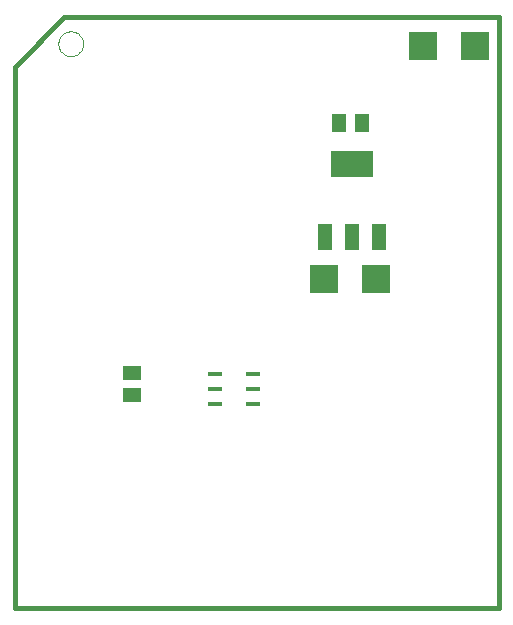
<source format=gbp>
G75*
%MOIN*%
%OFA0B0*%
%FSLAX24Y24*%
%IPPOS*%
%LPD*%
%AMOC8*
5,1,8,0,0,1.08239X$1,22.5*
%
%ADD10C,0.0160*%
%ADD11C,0.0000*%
%ADD12R,0.0480X0.0880*%
%ADD13R,0.1417X0.0866*%
%ADD14R,0.0480X0.0160*%
%ADD15R,0.0591X0.0512*%
%ADD16R,0.0945X0.0945*%
%ADD17R,0.0512X0.0591*%
D10*
X002057Y000180D02*
X018199Y000180D01*
X018199Y019865D01*
X003710Y019865D01*
X002057Y018211D01*
X002057Y000180D01*
D11*
X003514Y018979D02*
X003516Y019019D01*
X003522Y019060D01*
X003532Y019099D01*
X003545Y019137D01*
X003563Y019174D01*
X003584Y019208D01*
X003608Y019241D01*
X003635Y019271D01*
X003665Y019298D01*
X003698Y019322D01*
X003732Y019343D01*
X003769Y019361D01*
X003807Y019374D01*
X003846Y019384D01*
X003887Y019390D01*
X003927Y019392D01*
X003967Y019390D01*
X004008Y019384D01*
X004047Y019374D01*
X004085Y019361D01*
X004122Y019343D01*
X004156Y019322D01*
X004189Y019298D01*
X004219Y019271D01*
X004246Y019241D01*
X004270Y019208D01*
X004291Y019174D01*
X004309Y019137D01*
X004322Y019099D01*
X004332Y019060D01*
X004338Y019019D01*
X004340Y018979D01*
X004338Y018939D01*
X004332Y018898D01*
X004322Y018859D01*
X004309Y018821D01*
X004291Y018784D01*
X004270Y018750D01*
X004246Y018717D01*
X004219Y018687D01*
X004189Y018660D01*
X004156Y018636D01*
X004122Y018615D01*
X004085Y018597D01*
X004047Y018584D01*
X004008Y018574D01*
X003967Y018568D01*
X003927Y018566D01*
X003887Y018568D01*
X003846Y018574D01*
X003807Y018584D01*
X003769Y018597D01*
X003732Y018615D01*
X003698Y018636D01*
X003665Y018660D01*
X003635Y018687D01*
X003608Y018717D01*
X003584Y018750D01*
X003563Y018784D01*
X003545Y018821D01*
X003532Y018859D01*
X003522Y018898D01*
X003516Y018939D01*
X003514Y018979D01*
D12*
X012387Y012543D03*
X013297Y012543D03*
X014207Y012543D03*
D13*
X013297Y014983D03*
D14*
X009990Y007963D03*
X009990Y007463D03*
X009990Y006963D03*
X008730Y006963D03*
X008730Y007463D03*
X008730Y007963D03*
D15*
X005974Y008015D03*
X005974Y007267D03*
D16*
X012372Y011125D03*
X014104Y011125D03*
X015679Y018920D03*
X017411Y018920D03*
D17*
X013632Y016322D03*
X012884Y016322D03*
M02*

</source>
